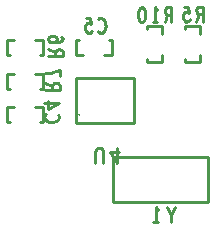
<source format=gbo>
G04 ================== begin FILE IDENTIFICATION RECORD ==================*
G04 Layout Name:  SLEEPTRACK2_PHASE3_v2.brd*
G04 Film Name:    Sleeptrack2_Phase_3_Silkscreen_Bottom_V2*
G04 File Format:  Gerber RS274X*
G04 File Origin:  Cadence Allegro 17.0-P009*
G04 Origin Date:  Sat Oct 29 00:03:52 2016*
G04 *
G04 Layer:  USER PART NUMBER/SILKSCREEN_BOTTOM*
G04 Layer:  TOLERANCE/SILKSCREEN_BOTTOM*
G04 Layer:  REF DES/SILKSCREEN_BOTTOM*
G04 Layer:  PACKAGE GEOMETRY/SILKSCREEN_BOTTOM*
G04 Layer:  DEVICE TYPE/SILKSCREEN_BOTTOM*
G04 Layer:  COMPONENT VALUE/SILKSCREEN_BOTTOM*
G04 Layer:  BOARD GEOMETRY/SILKSCREEN_BOTTOM*
G04 *
G04 Offset:    (0.00 0.00)*
G04 Mirror:    No*
G04 Mode:      Positive*
G04 Rotation:  0*
G04 FullContactRelief:  No*
G04 UndefLineWidth:     10.00*
G04 ================== end FILE IDENTIFICATION RECORD ====================*
%FSLAX25Y25*MOIN*%
%IR0*IPPOS*OFA0.00000B0.00000*MIA0B0*SFA1.00000B1.00000*%
%ADD10C,.01*%
G75*
%LPD*%
G75*
G36*
G01X-65368Y-3094D02*
G03I-393J0D01*
G37*
G54D10*
G01X-88910Y5580D02*
X-89910D01*
Y10580D01*
X-87410D01*
G01X-88910Y-5470D02*
X-89910D01*
Y-470D01*
X-87410D01*
G01X-88980Y16950D02*
X-89980D01*
Y21950D01*
X-87480D01*
G01X-60530Y-19118D02*
Y-15535D01*
X-60277Y-14785D01*
X-59771Y-14285D01*
X-59138Y-14118D01*
X-58504Y-14285D01*
X-57998Y-14785D01*
X-57745Y-15535D01*
Y-19118D01*
G01X-53280Y-14118D02*
Y-19118D01*
X-55622Y-15535D01*
X-52457D01*
G01X-77200Y5343D02*
X-72200D01*
Y6677D01*
X-72450Y7103D01*
X-72783Y7370D01*
X-73450Y7477D01*
X-74117Y7370D01*
X-74533Y7050D01*
X-74783Y6677D01*
Y5343D01*
G01Y6677D02*
X-77200Y7477D01*
G01Y10703D02*
X-76117Y10810D01*
X-75200Y10970D01*
X-74367Y11183D01*
X-73450Y11450D01*
X-72200Y11877D01*
Y9743D01*
G01X-80410Y10580D02*
X-77910D01*
Y5580D01*
X-78910D01*
G01X-72927Y-3017D02*
X-72677Y-3337D01*
X-72510Y-3710D01*
Y-4137D01*
X-72760Y-4617D01*
X-73177Y-4990D01*
X-73677Y-5257D01*
X-74510Y-5470D01*
X-75260Y-5523D01*
X-76010Y-5417D01*
X-76510Y-5257D01*
X-77010Y-4937D01*
X-77343Y-4563D01*
X-77510Y-4190D01*
Y-3817D01*
X-77343Y-3443D01*
X-77093Y-3123D01*
X-76760Y-2857D01*
G01X-77510Y850D02*
X-72510D01*
X-76093Y-1123D01*
Y1543D01*
G01X-80410Y-470D02*
X-77910D01*
Y-5470D01*
X-78910D01*
G01X-66844Y-5850D02*
Y9110D01*
G01X-47356Y-5850D02*
X-66844D01*
G01Y9110D02*
X-47356D01*
G01X-76280Y16623D02*
X-71280D01*
Y17957D01*
X-71530Y18383D01*
X-71863Y18650D01*
X-72530Y18757D01*
X-73197Y18650D01*
X-73613Y18330D01*
X-73863Y17957D01*
Y16623D01*
G01Y17957D02*
X-76280Y18757D01*
G01X-74197Y21077D02*
X-73613Y21450D01*
X-73280Y21770D01*
X-73113Y22197D01*
X-73280Y22570D01*
X-73613Y22837D01*
X-74113Y23050D01*
X-74697Y23103D01*
X-75197Y23050D01*
X-75697Y22837D01*
X-76113Y22517D01*
X-76280Y22143D01*
X-76113Y21717D01*
X-75613Y21343D01*
X-74863Y21130D01*
X-74030Y21077D01*
X-72947Y21183D01*
X-72363Y21343D01*
X-71780Y21610D01*
X-71363Y21983D01*
X-71280Y22357D01*
X-71447Y22730D01*
X-71863Y22997D01*
G01X-80480Y21950D02*
X-77980D01*
Y16950D01*
X-78980D01*
G01X-59493Y28813D02*
X-59173Y29063D01*
X-58800Y29230D01*
X-58373D01*
X-57893Y28980D01*
X-57520Y28563D01*
X-57253Y28063D01*
X-57040Y27230D01*
X-56987Y26480D01*
X-57093Y25730D01*
X-57253Y25230D01*
X-57573Y24730D01*
X-57947Y24397D01*
X-58320Y24230D01*
X-58693D01*
X-59067Y24397D01*
X-59387Y24647D01*
X-59653Y24980D01*
G01X-61547D02*
X-61867Y24563D01*
X-62240Y24313D01*
X-62720Y24230D01*
X-63200Y24397D01*
X-63573Y24730D01*
X-63840Y25313D01*
X-63893Y25980D01*
X-63787Y26647D01*
X-63520Y27063D01*
X-63147Y27397D01*
X-62773Y27480D01*
X-62400Y27397D01*
X-61920Y27063D01*
X-62080Y29230D01*
X-63520D01*
G01X-64410Y16890D02*
X-66910D01*
Y21890D01*
X-65910D01*
G01X-35229Y-38820D02*
Y-36570D01*
X-33963Y-33820D01*
G01X-36496D02*
X-35229Y-36570D01*
G01X-40327Y-38820D02*
Y-33820D01*
X-39568Y-34820D01*
G01Y-38820D02*
X-41087D01*
G01X-22872Y-17090D02*
Y-32050D01*
X-54368D01*
Y-17090D01*
X-22872D01*
G01X-38070Y16890D02*
Y14390D01*
X-43070D01*
Y15390D01*
G01X-47356Y9110D02*
Y-5850D01*
G01X-55910Y21890D02*
X-54910D01*
Y16890D01*
X-57410D01*
G01X-35073Y27830D02*
Y32830D01*
X-36407D01*
X-36833Y32580D01*
X-37100Y32247D01*
X-37207Y31580D01*
X-37100Y30913D01*
X-36780Y30497D01*
X-36407Y30247D01*
X-35073D01*
G01X-36407D02*
X-37207Y27830D01*
G01X-40540D02*
Y32830D01*
X-39900Y31830D01*
G01Y27830D02*
X-41180D01*
G01X-44940Y32830D02*
X-44513Y32663D01*
X-44193Y32247D01*
X-43980Y31747D01*
X-43820Y31080D01*
X-43767Y30330D01*
X-43820Y29580D01*
X-43980Y28913D01*
X-44193Y28413D01*
X-44513Y27997D01*
X-44940Y27830D01*
X-45367Y27997D01*
X-45687Y28413D01*
X-45900Y28913D01*
X-46060Y29580D01*
X-46113Y30330D01*
X-46060Y31080D01*
X-45900Y31747D01*
X-45687Y32247D01*
X-45367Y32663D01*
X-44940Y32830D01*
G01X-43070Y25390D02*
Y26390D01*
X-38070D01*
Y23890D01*
G01X-25440Y16890D02*
Y14390D01*
X-30440D01*
Y15390D01*
G01X-24653Y27970D02*
Y32970D01*
X-25987D01*
X-26413Y32720D01*
X-26680Y32387D01*
X-26787Y31720D01*
X-26680Y31053D01*
X-26360Y30637D01*
X-25987Y30387D01*
X-24653D01*
G01X-25987D02*
X-26787Y27970D01*
G01X-28947Y28720D02*
X-29267Y28303D01*
X-29640Y28053D01*
X-30120Y27970D01*
X-30600Y28137D01*
X-30973Y28470D01*
X-31240Y29053D01*
X-31293Y29720D01*
X-31187Y30387D01*
X-30920Y30803D01*
X-30547Y31137D01*
X-30173Y31220D01*
X-29800Y31137D01*
X-29320Y30803D01*
X-29480Y32970D01*
X-30920D01*
G01X-30440Y25390D02*
Y26390D01*
X-25440D01*
Y23890D01*
M02*

</source>
